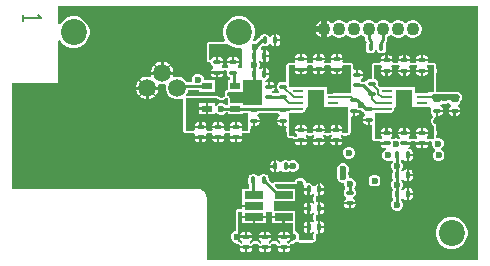
<source format=gtl>
G04*
G04 #@! TF.GenerationSoftware,Altium Limited,Altium Designer,23.3.1 (30)*
G04*
G04 Layer_Physical_Order=1*
G04 Layer_Color=255*
%FSLAX44Y44*%
%MOMM*%
G71*
G04*
G04 #@! TF.SameCoordinates,958C5144-9DDC-4948-B6D7-F64729F80DFD*
G04*
G04*
G04 #@! TF.FilePolarity,Positive*
G04*
G01*
G75*
%ADD11C,0.2500*%
%ADD13C,0.2000*%
G04:AMPARAMS|DCode=14|XSize=0.4mm|YSize=0.6mm|CornerRadius=0.1mm|HoleSize=0mm|Usage=FLASHONLY|Rotation=0.000|XOffset=0mm|YOffset=0mm|HoleType=Round|Shape=RoundedRectangle|*
%AMROUNDEDRECTD14*
21,1,0.4000,0.4000,0,0,0.0*
21,1,0.2000,0.6000,0,0,0.0*
1,1,0.2000,0.1000,-0.2000*
1,1,0.2000,-0.1000,-0.2000*
1,1,0.2000,-0.1000,0.2000*
1,1,0.2000,0.1000,0.2000*
%
%ADD14ROUNDEDRECTD14*%
G04:AMPARAMS|DCode=15|XSize=0.4mm|YSize=0.6mm|CornerRadius=0.1mm|HoleSize=0mm|Usage=FLASHONLY|Rotation=90.000|XOffset=0mm|YOffset=0mm|HoleType=Round|Shape=RoundedRectangle|*
%AMROUNDEDRECTD15*
21,1,0.4000,0.4000,0,0,90.0*
21,1,0.2000,0.6000,0,0,90.0*
1,1,0.2000,0.2000,0.1000*
1,1,0.2000,0.2000,-0.1000*
1,1,0.2000,-0.2000,-0.1000*
1,1,0.2000,-0.2000,0.1000*
%
%ADD15ROUNDEDRECTD15*%
%ADD16R,1.6000X0.6500*%
%ADD17O,0.9000X0.2000*%
%ADD18R,1.4500X1.7400*%
%ADD19R,0.9000X0.6000*%
%ADD26C,1.1000*%
%ADD29C,0.5000*%
%ADD30C,0.2540*%
%ADD31C,1.5000*%
%ADD32C,2.2000*%
%ADD33C,0.6000*%
G36*
X397451Y-57451D02*
X167549D01*
X167549Y-5000D01*
X167527Y-4893D01*
X167540Y-4785D01*
X167467Y-3925D01*
X167377Y-3615D01*
X167332Y-3296D01*
X166763Y-1672D01*
X166545Y-1303D01*
X166348Y-924D01*
X165273Y420D01*
X164945Y696D01*
X164634Y989D01*
X163175Y1901D01*
X162873Y2016D01*
X162591Y2171D01*
X161767Y2431D01*
X161381Y2473D01*
X161000Y2549D01*
X2549Y2549D01*
Y92500D01*
X42000D01*
Y127977D01*
X43270Y128317D01*
X44197Y126711D01*
X46711Y124197D01*
X49789Y122420D01*
X53223Y121500D01*
X56777D01*
X60211Y122420D01*
X63289Y124197D01*
X65803Y126711D01*
X67580Y129789D01*
X68500Y133223D01*
Y136777D01*
X67580Y140211D01*
X65803Y143289D01*
X63289Y145803D01*
X60211Y147580D01*
X56777Y148500D01*
X53223D01*
X49789Y147580D01*
X46711Y145803D01*
X44197Y143289D01*
X43270Y141683D01*
X42000Y142023D01*
Y157451D01*
X397451D01*
Y-57451D01*
D02*
G37*
%LPC*%
G36*
X343237Y145250D02*
X341263D01*
X339355Y144739D01*
X337645Y143751D01*
X336863Y142970D01*
X336000Y142493D01*
X335137Y142970D01*
X334355Y143751D01*
X332645Y144739D01*
X330737Y145250D01*
X328763D01*
X326855Y144739D01*
X325145Y143751D01*
X324363Y142970D01*
X323500Y142493D01*
X322637Y142970D01*
X321855Y143751D01*
X320145Y144739D01*
X318237Y145250D01*
X316263D01*
X314355Y144739D01*
X312645Y143751D01*
X311863Y142970D01*
X311000Y142493D01*
X310137Y142970D01*
X309355Y143751D01*
X307645Y144739D01*
X305737Y145250D01*
X303763D01*
X301855Y144739D01*
X300145Y143751D01*
X299363Y142970D01*
X298500Y142493D01*
X297637Y142970D01*
X296855Y143751D01*
X295145Y144739D01*
X293237Y145250D01*
X291263D01*
X289355Y144739D01*
X287645Y143751D01*
X286863Y142970D01*
X286000Y142493D01*
X285137Y142970D01*
X284355Y143751D01*
X282645Y144739D01*
X280737Y145250D01*
X278763D01*
X276855Y144739D01*
X275145Y143751D01*
X274363Y142970D01*
X273500Y142493D01*
X272637Y142970D01*
X271855Y143751D01*
X270145Y144739D01*
X268237Y145250D01*
X268000D01*
Y137750D01*
X267250D01*
D01*
X268000D01*
Y130250D01*
X268237D01*
X270145Y130761D01*
X271855Y131749D01*
X272637Y132530D01*
X273500Y133007D01*
X274363Y132530D01*
X275145Y131749D01*
X276855Y130761D01*
X278763Y130250D01*
X280737D01*
X282645Y130761D01*
X284355Y131749D01*
X285137Y132530D01*
X286000Y133007D01*
X286863Y132530D01*
X287645Y131749D01*
X289355Y130761D01*
X291263Y130250D01*
X293237D01*
X295145Y130761D01*
X296855Y131749D01*
X297637Y132530D01*
X298500Y133007D01*
X299363Y132530D01*
X300145Y131749D01*
X301436Y131003D01*
Y129500D01*
X301689Y128232D01*
X302407Y127157D01*
X303062Y126502D01*
X302674Y125920D01*
X302441Y124750D01*
Y120750D01*
X302674Y119579D01*
X303337Y118587D01*
X304329Y117924D01*
X305500Y117691D01*
X307500D01*
X308671Y117924D01*
X309663Y118587D01*
X310326Y119579D01*
X310353Y119713D01*
X311647D01*
X311674Y119579D01*
X312337Y118587D01*
X313330Y117924D01*
X314500Y117691D01*
X316500D01*
X317670Y117924D01*
X318663Y118587D01*
X319326Y119579D01*
X319559Y120750D01*
Y124750D01*
X319326Y125920D01*
X319250Y126035D01*
X319608Y126392D01*
X320330Y127474D01*
X320584Y128750D01*
Y131015D01*
X321855Y131749D01*
X322637Y132530D01*
X323500Y133007D01*
X324363Y132530D01*
X325145Y131749D01*
X326855Y130761D01*
X328763Y130250D01*
X330737D01*
X332645Y130761D01*
X334355Y131749D01*
X335137Y132530D01*
X336000Y133007D01*
X336863Y132530D01*
X337645Y131749D01*
X339355Y130761D01*
X341263Y130250D01*
X343237D01*
X345145Y130761D01*
X346855Y131749D01*
X348251Y133145D01*
X349239Y134855D01*
X349750Y136763D01*
Y138737D01*
X349239Y140645D01*
X348251Y142355D01*
X346855Y143751D01*
X345145Y144739D01*
X343237Y145250D01*
D02*
G37*
G36*
X266500D02*
X266263D01*
X264355Y144739D01*
X262645Y143751D01*
X261248Y142355D01*
X260261Y140645D01*
X259750Y138737D01*
Y138500D01*
X266500D01*
Y145250D01*
D02*
G37*
G36*
Y137000D02*
X259750D01*
Y136763D01*
X260261Y134855D01*
X261248Y133145D01*
X262645Y131749D01*
X264355Y130761D01*
X266263Y130250D01*
X266500D01*
Y137000D01*
D02*
G37*
G36*
X226750Y133309D02*
Y129250D01*
X229809D01*
Y130250D01*
X229576Y131420D01*
X228913Y132413D01*
X227920Y133076D01*
X226750Y133309D01*
D02*
G37*
G36*
X229809Y127250D02*
X226750D01*
Y123191D01*
X227920Y123424D01*
X228913Y124087D01*
X229576Y125079D01*
X229809Y126250D01*
Y127250D01*
D02*
G37*
G36*
X196777Y148500D02*
X193223D01*
X189789Y147580D01*
X186711Y145803D01*
X184197Y143289D01*
X182420Y140211D01*
X181500Y136777D01*
Y133223D01*
X182420Y129789D01*
X183373Y128139D01*
X182738Y127039D01*
X170000D01*
X169220Y126884D01*
X168558Y126442D01*
X168116Y125780D01*
X167961Y125000D01*
Y111521D01*
X168019Y111227D01*
X168049Y110929D01*
X168096Y110840D01*
X168116Y110741D01*
X168283Y110492D01*
X168424Y110227D01*
X168502Y110163D01*
X168558Y110079D01*
X168807Y109913D01*
X169039Y109723D01*
X169135Y109693D01*
X169220Y109637D01*
X169513Y109579D01*
X169800Y109492D01*
X171070Y109367D01*
X171191Y109257D01*
Y109000D01*
X171424Y107830D01*
X172087Y106837D01*
X173079Y106174D01*
X173213Y106147D01*
Y104853D01*
X173079Y104826D01*
X172087Y104163D01*
X171424Y103170D01*
X171191Y102000D01*
X176250D01*
X181309D01*
X182097Y102961D01*
X184153D01*
X184941Y102000D01*
Y100000D01*
X185174Y98829D01*
X185837Y97837D01*
X186829Y97174D01*
X187436Y97053D01*
Y94500D01*
X185500D01*
Y86448D01*
X185178Y86384D01*
X185157Y86370D01*
X185133Y86365D01*
X184827Y86150D01*
X184516Y85942D01*
X184502Y85921D01*
X184482Y85907D01*
X183577Y84957D01*
X183402Y84681D01*
X183208Y84419D01*
X183155Y84305D01*
X183143Y84258D01*
X183116Y84218D01*
X183048Y83873D01*
X182963Y83533D01*
X182970Y83485D01*
X182961Y83437D01*
Y81505D01*
X182791Y80884D01*
X182129Y80442D01*
X182129Y80442D01*
X181677Y79990D01*
X180589Y79539D01*
X179411D01*
X178323Y79990D01*
X177871Y80442D01*
X177209Y80884D01*
X176429Y81039D01*
X150970D01*
X150550Y81748D01*
X150384Y82309D01*
X151553Y84333D01*
X152049Y86186D01*
X161500D01*
Y84500D01*
X174500D01*
Y94500D01*
X165000D01*
Y95995D01*
X164239Y97832D01*
X162832Y99239D01*
X160995Y100000D01*
X159005D01*
X157168Y99239D01*
X155761Y97832D01*
X155000Y95995D01*
Y94005D01*
X155056Y93870D01*
X154351Y92814D01*
X150891D01*
X150302Y93833D01*
X148533Y95602D01*
X146367Y96853D01*
X143951Y97500D01*
X141449D01*
X140203Y97166D01*
X139166Y98203D01*
X139500Y99449D01*
Y101951D01*
X138853Y104367D01*
X137602Y106533D01*
X137248Y106887D01*
X130530Y100170D01*
X130000Y100700D01*
X129470Y100170D01*
X122752Y106887D01*
X122398Y106533D01*
X121147Y104367D01*
X120500Y101951D01*
Y99449D01*
X120834Y98203D01*
X119797Y97166D01*
X118551Y97500D01*
X116049D01*
X113633Y96853D01*
X111467Y95602D01*
X111113Y95248D01*
X117830Y88530D01*
X124548Y81813D01*
X124902Y82167D01*
X126153Y84333D01*
X126800Y86749D01*
Y89251D01*
X126466Y90497D01*
X127503Y91534D01*
X128749Y91200D01*
X131251D01*
X132497Y91534D01*
X133534Y90497D01*
X133200Y89251D01*
Y86749D01*
X133847Y84333D01*
X135098Y82167D01*
X136867Y80398D01*
X139033Y79147D01*
X141449Y78500D01*
X143951D01*
X146367Y79147D01*
X146738Y79362D01*
X147121Y79248D01*
X147961Y78601D01*
Y51500D01*
X148116Y50720D01*
X148558Y50058D01*
X149220Y49616D01*
X150000Y49461D01*
X157035D01*
X157558Y48849D01*
X157750Y48285D01*
X157674Y48170D01*
X157441Y47000D01*
D01*
X162500D01*
X167559D01*
X167326Y48170D01*
X167250Y48285D01*
X167442Y48849D01*
X167965Y49461D01*
X172035D01*
X172558Y48849D01*
X172750Y48285D01*
X172674Y48170D01*
X172441Y47000D01*
Y47000D01*
X177500D01*
X182559D01*
Y47000D01*
X182326Y48170D01*
X182250Y48285D01*
X182442Y48849D01*
X182965Y49461D01*
X187035D01*
X187558Y48849D01*
X187750Y48285D01*
X187674Y48170D01*
X187441Y47000D01*
D01*
X192500D01*
X197559D01*
X197326Y48170D01*
X197250Y48285D01*
X197442Y48849D01*
X197965Y49461D01*
X202500D01*
X203280Y49616D01*
X203942Y50058D01*
X204384Y50720D01*
X204539Y51500D01*
Y52893D01*
X205000Y54005D01*
Y54746D01*
X205500Y55941D01*
X206173Y55941D01*
X206500D01*
Y60000D01*
X207500D01*
Y61000D01*
X212559D01*
Y61000D01*
X212326Y62171D01*
X211663Y63163D01*
X210671Y63826D01*
X210537Y63853D01*
Y65147D01*
X210671Y65174D01*
X211663Y65837D01*
X212230Y66686D01*
X227770D01*
X228337Y65837D01*
X229329Y65174D01*
X229463Y65147D01*
Y63853D01*
X229329Y63826D01*
X228337Y63163D01*
X227674Y62171D01*
X227441Y61000D01*
Y61000D01*
X232500D01*
Y60000D01*
X233500D01*
Y55941D01*
X234500D01*
X235461Y55153D01*
Y54607D01*
X235000Y53495D01*
Y51505D01*
X235461Y50393D01*
Y48019D01*
X235500Y47822D01*
Y47622D01*
X235577Y47436D01*
X235616Y47239D01*
X235728Y47072D01*
X235805Y46887D01*
X235947Y46744D01*
X236058Y46578D01*
X236225Y46466D01*
X236367Y46324D01*
X237423Y45618D01*
X237609Y45542D01*
X237776Y45430D01*
X237973Y45391D01*
X238158Y45314D01*
X238359D01*
X238556Y45275D01*
X238753Y45314D01*
X238954D01*
X239139Y45391D01*
X239336Y45430D01*
X239411Y45461D01*
X240589D01*
X241886Y44924D01*
X241917Y44907D01*
X242166Y44740D01*
X242441Y44500D01*
X247500D01*
X252559D01*
X252326Y45670D01*
X251663Y46663D01*
X251365Y46862D01*
X251397Y48216D01*
X251460Y48326D01*
X251807Y48399D01*
X251975Y48279D01*
X252232Y48068D01*
X252447Y47953D01*
X252543Y47924D01*
X252627Y47868D01*
X252922Y47810D01*
X253209Y47723D01*
X253309Y47733D01*
X253407Y47713D01*
X253464Y47724D01*
X254005Y47500D01*
X255995D01*
X256536Y47724D01*
X256593Y47713D01*
X256691Y47733D01*
X256791Y47723D01*
X257078Y47810D01*
X257373Y47868D01*
X257457Y47924D01*
X257553Y47953D01*
X257768Y48068D01*
X258025Y48279D01*
X258193Y48399D01*
X258540Y48326D01*
X258603Y48216D01*
X258635Y46862D01*
X258337Y46663D01*
X257674Y45670D01*
X257441Y44500D01*
X262500D01*
X267559D01*
X267326Y45670D01*
X266663Y46663D01*
X266365Y46862D01*
X266397Y48216D01*
X266460Y48326D01*
X266807Y48399D01*
X266975Y48279D01*
X267232Y48068D01*
X267447Y47953D01*
X267543Y47924D01*
X267627Y47868D01*
X267922Y47810D01*
X268209Y47723D01*
X268309Y47733D01*
X268407Y47713D01*
X268464Y47724D01*
X269006Y47500D01*
X270995D01*
X271536Y47724D01*
X271593Y47713D01*
X271691Y47733D01*
X271791Y47723D01*
X272078Y47810D01*
X272373Y47868D01*
X272457Y47924D01*
X272553Y47953D01*
X272768Y48068D01*
X273025Y48279D01*
X273193Y48399D01*
X273540Y48326D01*
X273603Y48216D01*
X273635Y46862D01*
X273337Y46663D01*
X272674Y45670D01*
X272441Y44500D01*
D01*
X277500D01*
X282559D01*
X282326Y45670D01*
X281663Y46663D01*
X281365Y46862D01*
X281397Y48216D01*
X281460Y48326D01*
X281807Y48399D01*
X281975Y48279D01*
X282232Y48068D01*
X282447Y47953D01*
X282543Y47924D01*
X282627Y47868D01*
X282922Y47810D01*
X283209Y47723D01*
X283309Y47733D01*
X283407Y47713D01*
X283464Y47724D01*
X284005Y47500D01*
X285995D01*
X286752Y47814D01*
X286842D01*
X287027Y47891D01*
X287224Y47930D01*
X287391Y48041D01*
X287577Y48118D01*
X287723Y48216D01*
X287832Y48261D01*
X287916Y48345D01*
X288633Y48824D01*
X288775Y48966D01*
X288942Y49078D01*
X289053Y49244D01*
X289195Y49387D01*
X289272Y49572D01*
X289384Y49739D01*
X289423Y49936D01*
X289500Y50122D01*
Y50298D01*
X290000Y51505D01*
Y53495D01*
X289539Y54607D01*
Y63653D01*
X290500Y64441D01*
X291500D01*
Y68500D01*
X293500D01*
Y64441D01*
X294500D01*
X295671Y64674D01*
X296663Y65337D01*
X297326Y66329D01*
X297559Y67500D01*
Y68714D01*
X298829Y68735D01*
X299907Y67657D01*
X300598Y67195D01*
X300837Y66837D01*
X301829Y66174D01*
X301963Y66147D01*
Y64853D01*
X301829Y64826D01*
X300837Y64163D01*
X300174Y63170D01*
X299941Y62000D01*
D01*
X305000D01*
Y61000D01*
X306000D01*
Y56941D01*
X307000D01*
X307961Y56153D01*
Y52627D01*
X307500Y51515D01*
Y49525D01*
X307961Y48413D01*
Y45000D01*
X308116Y44220D01*
X308558Y43558D01*
X309220Y43116D01*
X310000Y42961D01*
X314153D01*
X314941Y42000D01*
Y42000D01*
X320000D01*
Y40000D01*
X314941D01*
X315174Y38830D01*
X315837Y37837D01*
X316829Y37174D01*
X318000Y36941D01*
X319209D01*
X319462Y35671D01*
X318418Y35239D01*
X317011Y33832D01*
X316250Y31995D01*
Y30005D01*
X317011Y28168D01*
X318418Y26761D01*
X320255Y26000D01*
X322245D01*
X323682Y26595D01*
X324798Y26122D01*
X325031Y25914D01*
X325109Y25436D01*
X324261Y24588D01*
X323500Y22750D01*
Y20761D01*
X324261Y18923D01*
X325510Y17674D01*
X325174Y17170D01*
X324941Y16000D01*
Y12000D01*
X325174Y10829D01*
X325686Y10063D01*
Y9757D01*
X324761Y8832D01*
X324000Y6995D01*
Y5005D01*
X324761Y3168D01*
X325686Y2243D01*
Y1937D01*
X325174Y1170D01*
X324941Y0D01*
Y-4000D01*
X325174Y-5171D01*
X325686Y-5937D01*
Y-7243D01*
X324761Y-8168D01*
X324000Y-10005D01*
Y-11995D01*
X324761Y-13832D01*
X326168Y-15239D01*
X328005Y-16000D01*
X329995D01*
X331832Y-15239D01*
X333239Y-13832D01*
X334000Y-11995D01*
Y-10005D01*
X333239Y-8168D01*
X332314Y-7243D01*
Y-5937D01*
X332826Y-5171D01*
X332853Y-5037D01*
X334147D01*
X334174Y-5171D01*
X334837Y-6163D01*
X335830Y-6826D01*
X337000Y-7059D01*
Y-2000D01*
Y3059D01*
X335830Y2826D01*
X334837Y2163D01*
X334323Y1394D01*
X333326Y1307D01*
X332919Y1373D01*
X332314Y2083D01*
Y2243D01*
X333239Y3168D01*
X334000Y5005D01*
Y6995D01*
X333239Y8832D01*
X332314Y9757D01*
Y10063D01*
X332826Y10829D01*
X332853Y10963D01*
X334147D01*
X334174Y10829D01*
X334837Y9837D01*
X335830Y9174D01*
X337000Y8941D01*
Y14000D01*
Y19059D01*
X335830Y18826D01*
X334837Y18163D01*
X334323Y17394D01*
X333326Y17307D01*
X332919Y17372D01*
X332314Y18083D01*
Y18498D01*
X332739Y18923D01*
X333500Y20761D01*
Y22750D01*
X332739Y24588D01*
X332314Y25013D01*
Y27063D01*
X332826Y27829D01*
X332853Y27963D01*
X334147D01*
X334174Y27829D01*
X334837Y26837D01*
X335830Y26174D01*
X337000Y25941D01*
Y31000D01*
X338000D01*
Y32000D01*
X342059D01*
Y33000D01*
X341826Y34170D01*
X341163Y35163D01*
X340171Y35826D01*
X339000Y36059D01*
X338613D01*
X338559Y36196D01*
X338402Y37329D01*
X339163Y37837D01*
X339826Y38830D01*
X340059Y40000D01*
X335000D01*
Y42000D01*
X340059D01*
Y42000D01*
X340847Y42961D01*
X344153D01*
X344941Y42000D01*
Y42000D01*
X350000D01*
X355059D01*
Y42000D01*
X355847Y42961D01*
X357609D01*
X358314Y41905D01*
X358250Y41750D01*
Y39761D01*
X359011Y37923D01*
X360418Y36517D01*
X360678Y36409D01*
X360818Y36075D01*
X360880Y34951D01*
X359761Y33832D01*
X359000Y31995D01*
Y30005D01*
X359761Y28168D01*
X361168Y26761D01*
X363005Y26000D01*
X364995D01*
X366832Y26761D01*
X368239Y28168D01*
X369000Y30005D01*
Y31995D01*
X368239Y33832D01*
X366832Y35239D01*
X366572Y35347D01*
X366432Y35680D01*
X366370Y36805D01*
X367489Y37923D01*
X368250Y39761D01*
Y41750D01*
X367489Y43588D01*
X366082Y44994D01*
X364245Y45755D01*
X362256D01*
X362039Y45900D01*
Y47893D01*
X362500Y49005D01*
Y50995D01*
X362039Y52107D01*
Y55623D01*
X362039Y55624D01*
X361884Y56404D01*
X361442Y57066D01*
X360855Y57457D01*
X359990Y58323D01*
X359539Y59411D01*
Y60589D01*
X359990Y61677D01*
X360389Y62076D01*
X360431Y62139D01*
X360491Y62186D01*
X360597Y62373D01*
X360633Y62407D01*
X360679Y62510D01*
X360831Y62738D01*
X360846Y62812D01*
X360883Y62878D01*
X360906Y62947D01*
X360918Y63044D01*
X360958Y63133D01*
X360966Y63416D01*
X360986Y63518D01*
X361469Y64069D01*
X361500Y64091D01*
Y68500D01*
X362500D01*
Y69500D01*
X367559D01*
X367326Y70670D01*
X366663Y71663D01*
X365671Y72326D01*
X365537Y72353D01*
Y73647D01*
X365671Y73674D01*
X366663Y74337D01*
X367326Y75329D01*
X367339Y75337D01*
X368755Y74750D01*
X370745D01*
X371454Y75044D01*
X372674Y75329D01*
X373337Y74337D01*
X374329Y73674D01*
X374463Y73647D01*
Y72353D01*
X374329Y72326D01*
X373337Y71663D01*
X372674Y70670D01*
X372441Y69500D01*
X377500D01*
X382559D01*
X382326Y70670D01*
X381663Y71663D01*
X380671Y72326D01*
X380537Y72353D01*
Y73647D01*
X380671Y73674D01*
X381663Y74337D01*
X382326Y75329D01*
X382559Y76500D01*
Y76852D01*
X383489Y78244D01*
X383838Y80000D01*
X383489Y81756D01*
X382494Y83244D01*
X381006Y84239D01*
X379250Y84588D01*
X371135D01*
X370745Y84750D01*
X368755D01*
X368365Y84588D01*
X362039D01*
Y100393D01*
X362500Y101505D01*
Y103495D01*
X362039Y104607D01*
Y107000D01*
X361884Y107780D01*
X361442Y108442D01*
X360780Y108884D01*
X360000Y109039D01*
X356043D01*
X355021Y110309D01*
X355059Y110500D01*
X350000D01*
X344941D01*
X344979Y110309D01*
X343957Y109039D01*
X341043D01*
X340021Y110309D01*
X340059Y110500D01*
X335000D01*
X329941D01*
X329979Y110309D01*
X328957Y109039D01*
X326043D01*
X325021Y110309D01*
X325059Y110500D01*
D01*
X320000D01*
X314941D01*
X314979Y110309D01*
X313957Y109039D01*
X309668D01*
X308887Y108884D01*
X308226Y108442D01*
X307784Y107780D01*
X307628Y107000D01*
Y103805D01*
X307500Y103495D01*
Y101505D01*
X307628Y101195D01*
Y95559D01*
X305500D01*
X304329Y95326D01*
X303337Y94663D01*
X302674Y93671D01*
X302670Y93652D01*
X301268Y93061D01*
X300000Y93314D01*
X298937D01*
X298171Y93826D01*
X298037Y93853D01*
Y95147D01*
X298171Y95174D01*
X299163Y95837D01*
X299826Y96830D01*
X300059Y98000D01*
D01*
X295000D01*
Y99000D01*
X294000D01*
Y103059D01*
X293000D01*
X292980Y103055D01*
X291710Y104097D01*
Y107000D01*
X291555Y107780D01*
X291112Y108442D01*
X290451Y108884D01*
X289671Y109039D01*
X283259D01*
X283055Y109240D01*
X282692Y109688D01*
X282519Y110217D01*
X282586Y110317D01*
X282819Y111488D01*
Y111488D01*
X277760D01*
X272701D01*
Y111488D01*
X272934Y110317D01*
X273001Y110217D01*
X272828Y109688D01*
X272466Y109240D01*
X272261Y109039D01*
X267950D01*
X267881Y109025D01*
X267428Y109459D01*
X267098Y110140D01*
X267268Y110394D01*
X267501Y111565D01*
Y111565D01*
X262442D01*
X257383D01*
Y111565D01*
X257616Y110394D01*
X257786Y110140D01*
X257456Y109459D01*
X257003Y109025D01*
X256934Y109039D01*
X253083D01*
X252878Y109240D01*
X252516Y109688D01*
X252343Y110217D01*
X252410Y110317D01*
X252642Y111488D01*
Y111488D01*
X247584D01*
X242525D01*
Y111488D01*
X242758Y110317D01*
X242825Y110217D01*
X242652Y109688D01*
X242289Y109240D01*
X242085Y109039D01*
X237168D01*
X236387Y108884D01*
X235726Y108442D01*
X235284Y107780D01*
X235128Y107000D01*
Y103805D01*
X235000Y103495D01*
Y101505D01*
X235128Y101195D01*
Y93575D01*
X234500Y93059D01*
X230500D01*
X229329Y92826D01*
X228337Y92163D01*
X227674Y91171D01*
X227441Y90000D01*
Y88000D01*
X227674Y86830D01*
X228337Y85837D01*
X229106Y85323D01*
X229193Y84326D01*
X229128Y83919D01*
X228417Y83314D01*
X224187D01*
X223421Y83826D01*
X223287Y83853D01*
Y85147D01*
X223421Y85174D01*
X224413Y85837D01*
X225076Y86830D01*
X225309Y88000D01*
Y88000D01*
X220250D01*
Y89000D01*
X219250D01*
Y93059D01*
X218250D01*
X218120Y93033D01*
X216986Y93818D01*
X217500Y94941D01*
X218671Y95174D01*
X219663Y95837D01*
X220326Y96830D01*
X220559Y98000D01*
Y99000D01*
X216500D01*
Y100000D01*
X215500D01*
Y105059D01*
X214329Y104826D01*
X213337Y104163D01*
X213013Y103678D01*
X211598Y103775D01*
X211378Y104307D01*
X211739Y104668D01*
X212500Y106505D01*
Y108495D01*
X211739Y110332D01*
X211378Y110693D01*
X211598Y111225D01*
X213013Y111322D01*
X213337Y110837D01*
X214329Y110174D01*
X215500Y109941D01*
Y115000D01*
Y120059D01*
X214329Y119826D01*
X214121Y119687D01*
X213095Y120529D01*
X213500Y121505D01*
Y122709D01*
X214477Y123493D01*
X214580Y123424D01*
X215750Y123191D01*
X217750D01*
X218920Y123424D01*
X219913Y124087D01*
X220576Y125079D01*
X220603Y125213D01*
X221897D01*
X221924Y125079D01*
X222587Y124087D01*
X223580Y123424D01*
X224750Y123191D01*
Y128250D01*
Y133309D01*
X223580Y133076D01*
X222587Y132413D01*
X221924Y131420D01*
X221897Y131287D01*
X220603D01*
X220576Y131420D01*
X219913Y132413D01*
X218920Y133076D01*
X217750Y133309D01*
X215750D01*
X214580Y133076D01*
X213587Y132413D01*
X212924Y131420D01*
X212896Y131278D01*
X211893Y130608D01*
X208922Y127637D01*
X207672Y127658D01*
X206930Y128664D01*
X207580Y129789D01*
X208500Y133223D01*
Y136777D01*
X207580Y140211D01*
X205803Y143289D01*
X203289Y145803D01*
X200211Y147580D01*
X196777Y148500D01*
D02*
G37*
G36*
X217500Y120059D02*
Y116000D01*
X220559D01*
Y117000D01*
X220326Y118170D01*
X219663Y119163D01*
X218671Y119826D01*
X217500Y120059D01*
D02*
G37*
G36*
X264442Y116623D02*
X263442D01*
Y113565D01*
X267501D01*
X267268Y114735D01*
X266605Y115728D01*
X265613Y116390D01*
X264442Y116623D01*
D02*
G37*
G36*
X261442D02*
X260442D01*
X259272Y116390D01*
X258279Y115728D01*
X257616Y114735D01*
X257383Y113565D01*
X261442D01*
Y116623D01*
D02*
G37*
G36*
X279760Y116547D02*
X278760D01*
Y113488D01*
X282819D01*
X282586Y114658D01*
X281923Y115651D01*
X280931Y116314D01*
X279760Y116547D01*
D02*
G37*
G36*
X249584D02*
X248584D01*
Y113488D01*
X252642D01*
X252410Y114658D01*
X251747Y115651D01*
X250754Y116314D01*
X249584Y116547D01*
D02*
G37*
G36*
X276760D02*
X275760D01*
X274590Y116314D01*
X273597Y115651D01*
X272934Y114658D01*
X272701Y113488D01*
X276760D01*
Y116547D01*
D02*
G37*
G36*
X246584D02*
X245584D01*
X244413Y116314D01*
X243421Y115651D01*
X242758Y114658D01*
X242525Y113488D01*
X246584D01*
Y116547D01*
D02*
G37*
G36*
X322000Y115559D02*
X321000D01*
Y112500D01*
X325059D01*
X324826Y113671D01*
X324163Y114663D01*
X323171Y115326D01*
X322000Y115559D01*
D02*
G37*
G36*
X319000D02*
X318000D01*
X316829Y115326D01*
X315837Y114663D01*
X315174Y113671D01*
X314941Y112500D01*
D01*
X319000D01*
Y115559D01*
D02*
G37*
G36*
X352000D02*
X351000D01*
Y112500D01*
X355059D01*
Y112500D01*
X354826Y113671D01*
X354163Y114663D01*
X353171Y115326D01*
X352000Y115559D01*
D02*
G37*
G36*
X349000D02*
X348000D01*
X346829Y115326D01*
X345837Y114663D01*
X345174Y113671D01*
X344941Y112500D01*
Y112500D01*
X349000D01*
Y115559D01*
D02*
G37*
G36*
X337000D02*
X336000D01*
Y112500D01*
X340059D01*
Y112500D01*
X339826Y113671D01*
X339163Y114663D01*
X338171Y115326D01*
X337000Y115559D01*
D02*
G37*
G36*
X334000D02*
X333000D01*
X331829Y115326D01*
X330837Y114663D01*
X330174Y113671D01*
X329941Y112500D01*
Y112500D01*
X334000D01*
Y115559D01*
D02*
G37*
G36*
X220559Y114000D02*
X217500D01*
Y109941D01*
X218671Y110174D01*
X219663Y110837D01*
X220326Y111830D01*
X220559Y113000D01*
Y114000D01*
D02*
G37*
G36*
X131251Y110200D02*
X128749D01*
X126333Y109553D01*
X124167Y108302D01*
X123813Y107948D01*
X130000Y101761D01*
X136187Y107948D01*
X135833Y108302D01*
X133667Y109553D01*
X131251Y110200D01*
D02*
G37*
G36*
X217500Y105059D02*
Y101000D01*
X220559D01*
Y102000D01*
X220326Y103170D01*
X219663Y104163D01*
X218671Y104826D01*
X217500Y105059D01*
D02*
G37*
G36*
X297000Y103059D02*
X296000D01*
Y100000D01*
X300059D01*
X299826Y101171D01*
X299163Y102163D01*
X298171Y102826D01*
X297000Y103059D01*
D02*
G37*
G36*
X181309Y100000D02*
X177250D01*
Y96941D01*
X178250D01*
X179421Y97174D01*
X180413Y97837D01*
X181076Y98829D01*
X181309Y100000D01*
Y100000D01*
D02*
G37*
G36*
X175250D02*
X171191D01*
Y100000D01*
X171424Y98829D01*
X172087Y97837D01*
X173079Y97174D01*
X174250Y96941D01*
X175250D01*
Y100000D01*
D02*
G37*
G36*
X222250Y93059D02*
X221250D01*
Y90000D01*
X225309D01*
X225076Y91171D01*
X224413Y92163D01*
X223421Y92826D01*
X222250Y93059D01*
D02*
G37*
G36*
X110052Y94187D02*
X109698Y93833D01*
X108447Y91667D01*
X107800Y89251D01*
Y86749D01*
X108447Y84333D01*
X109698Y82167D01*
X110052Y81813D01*
X116239Y88000D01*
X110052Y94187D01*
D02*
G37*
G36*
X117300Y86939D02*
X111113Y80752D01*
X111467Y80398D01*
X113633Y79147D01*
X116049Y78500D01*
X118551D01*
X120967Y79147D01*
X123133Y80398D01*
X123487Y80752D01*
X117300Y86939D01*
D02*
G37*
G36*
X382559Y67500D02*
X378500D01*
Y64441D01*
X379500D01*
X380671Y64674D01*
X381663Y65337D01*
X382326Y66329D01*
X382559Y67500D01*
Y67500D01*
D02*
G37*
G36*
X376500D02*
X372441D01*
Y67500D01*
X372674Y66329D01*
X373337Y65337D01*
X374329Y64674D01*
X375500Y64441D01*
X376500D01*
Y67500D01*
D02*
G37*
G36*
X367559Y67500D02*
X363500D01*
Y64441D01*
X364500D01*
X365671Y64674D01*
X366663Y65337D01*
X367326Y66329D01*
X367559Y67500D01*
Y67500D01*
D02*
G37*
G36*
X304000Y60000D02*
X299941D01*
X300174Y58829D01*
X300837Y57837D01*
X301829Y57174D01*
X303000Y56941D01*
X304000D01*
Y60000D01*
D02*
G37*
G36*
X231500Y59000D02*
X227441D01*
X227674Y57829D01*
X228337Y56837D01*
X229329Y56174D01*
X230500Y55941D01*
X231500D01*
Y59000D01*
D02*
G37*
G36*
X212559D02*
X208500D01*
Y55941D01*
X209500D01*
X210671Y56174D01*
X211663Y56837D01*
X212326Y57829D01*
X212559Y59000D01*
D02*
G37*
G36*
X197559Y45000D02*
X193500D01*
Y41941D01*
X194500D01*
X195671Y42174D01*
X196663Y42837D01*
X197326Y43829D01*
X197559Y45000D01*
D01*
D02*
G37*
G36*
X191500D02*
X187441D01*
X187674Y43829D01*
X188337Y42837D01*
X189329Y42174D01*
X190500Y41941D01*
X191500D01*
Y45000D01*
D02*
G37*
G36*
X182559Y45000D02*
X178500D01*
Y41941D01*
X179500D01*
X180671Y42174D01*
X181663Y42837D01*
X182326Y43829D01*
X182559Y45000D01*
D02*
G37*
G36*
X176500D02*
X172441D01*
X172674Y43829D01*
X173337Y42837D01*
X174329Y42174D01*
X175500Y41941D01*
X176500D01*
Y45000D01*
D02*
G37*
G36*
X167559Y45000D02*
X163500D01*
Y41941D01*
X164500D01*
X165671Y42174D01*
X166663Y42837D01*
X167326Y43829D01*
X167559Y45000D01*
D01*
D02*
G37*
G36*
X161500D02*
X157441D01*
X157674Y43829D01*
X158337Y42837D01*
X159330Y42174D01*
X160500Y41941D01*
X161500D01*
Y45000D01*
D02*
G37*
G36*
X282559Y42500D02*
X278500D01*
Y39441D01*
X279500D01*
X280671Y39674D01*
X281663Y40337D01*
X282326Y41329D01*
X282559Y42500D01*
D01*
D02*
G37*
G36*
X276500D02*
X272441D01*
X272674Y41329D01*
X273337Y40337D01*
X274329Y39674D01*
X275500Y39441D01*
X276500D01*
Y42500D01*
D02*
G37*
G36*
X267559Y42500D02*
X263500D01*
Y39441D01*
X264500D01*
X265671Y39674D01*
X266663Y40337D01*
X267326Y41329D01*
X267559Y42500D01*
Y42500D01*
D02*
G37*
G36*
X261500D02*
X257441D01*
Y42500D01*
X257674Y41329D01*
X258337Y40337D01*
X259329Y39674D01*
X260500Y39441D01*
X261500D01*
Y42500D01*
D02*
G37*
G36*
X252559D02*
X248500D01*
Y39441D01*
X249500D01*
X250671Y39674D01*
X251663Y40337D01*
X252326Y41329D01*
X252559Y42500D01*
Y42500D01*
D02*
G37*
G36*
X246500D02*
X242441D01*
Y42500D01*
X242674Y41329D01*
X243337Y40337D01*
X244329Y39674D01*
X245500Y39441D01*
X246500D01*
Y42500D01*
D02*
G37*
G36*
X355059Y40000D02*
X351000D01*
Y36941D01*
X352000D01*
X353171Y37174D01*
X354163Y37837D01*
X354826Y38830D01*
X355059Y40000D01*
D02*
G37*
G36*
X349000D02*
X344941D01*
X345174Y38830D01*
X345837Y37837D01*
X346829Y37174D01*
X348000Y36941D01*
X349000D01*
Y40000D01*
D02*
G37*
G36*
X288995Y38000D02*
X287005D01*
X285168Y37239D01*
X283761Y35832D01*
X283000Y33995D01*
Y32005D01*
X283761Y30168D01*
X285168Y28761D01*
X287005Y28000D01*
X288995D01*
X290832Y28761D01*
X292239Y30168D01*
X293000Y32005D01*
Y33995D01*
X292239Y35832D01*
X290832Y37239D01*
X288995Y38000D01*
D02*
G37*
G36*
X342059Y30000D02*
X339000D01*
Y25941D01*
X340171Y26174D01*
X341163Y26837D01*
X341826Y27829D01*
X342059Y29000D01*
Y30000D01*
D02*
G37*
G36*
X235750Y26559D02*
X233750D01*
X232579Y26326D01*
X231587Y25663D01*
X230924Y24671D01*
X230897Y24537D01*
X229603D01*
X229576Y24671D01*
X228913Y25663D01*
X227920Y26326D01*
X226750Y26559D01*
Y21500D01*
Y16441D01*
X227920Y16674D01*
X228913Y17337D01*
X229576Y18329D01*
X229603Y18463D01*
X230897D01*
X230924Y18329D01*
X231587Y17337D01*
X232579Y16674D01*
X233750Y16441D01*
X235750D01*
X236921Y16674D01*
X237870Y17309D01*
X237918Y17261D01*
X239755Y16500D01*
X241745D01*
X243582Y17261D01*
X244989Y18668D01*
X245750Y20505D01*
Y22495D01*
X244989Y24332D01*
X243582Y25739D01*
X241745Y26500D01*
X239755D01*
X237918Y25739D01*
X237870Y25691D01*
X236921Y26326D01*
X235750Y26559D01*
D02*
G37*
G36*
X224750D02*
X223580Y26326D01*
X222587Y25663D01*
X221924Y24671D01*
X221691Y23500D01*
Y22500D01*
X224750D01*
Y26559D01*
D02*
G37*
G36*
Y20500D02*
X221691D01*
Y19500D01*
X221924Y18329D01*
X222587Y17337D01*
X223580Y16674D01*
X224750Y16441D01*
Y20500D01*
D02*
G37*
G36*
X339000Y19059D02*
Y15000D01*
X342059D01*
Y16000D01*
X341826Y17170D01*
X341163Y18163D01*
X340171Y18826D01*
X339000Y19059D01*
D02*
G37*
G36*
X217000Y14809D02*
X215000D01*
X213829Y14576D01*
X212837Y13913D01*
X212174Y12921D01*
X212147Y12787D01*
X210853D01*
X210826Y12921D01*
X210163Y13913D01*
X209170Y14576D01*
X208000Y14809D01*
X206000D01*
X204830Y14576D01*
X203837Y13913D01*
X203174Y12921D01*
X202941Y11750D01*
Y7750D01*
X203174Y6579D01*
X203686Y5813D01*
Y2750D01*
X197750D01*
Y-7750D01*
Y-11000D01*
X207750D01*
Y-13000D01*
X197750D01*
Y-14711D01*
X194250D01*
X193470Y-14866D01*
X192808Y-15308D01*
X192366Y-15970D01*
X192211Y-16750D01*
Y-33000D01*
X192005D01*
X190168Y-33761D01*
X188761Y-35168D01*
X188000Y-37005D01*
Y-38995D01*
X188761Y-40832D01*
X190168Y-42239D01*
X192005Y-43000D01*
X192442D01*
X192808Y-43548D01*
X193470Y-43990D01*
X194677Y-44490D01*
X195438Y-45251D01*
X195605Y-45362D01*
X195747Y-45504D01*
X195932Y-45581D01*
X196014Y-45635D01*
X195941Y-46000D01*
X201000D01*
X206059D01*
X205986Y-45635D01*
X206068Y-45581D01*
X206253Y-45504D01*
X206395Y-45362D01*
X206562Y-45251D01*
X207323Y-44490D01*
X208411Y-44039D01*
X209589D01*
X210677Y-44490D01*
X211438Y-45251D01*
X211605Y-45362D01*
X211747Y-45504D01*
X211932Y-45581D01*
X212014Y-45635D01*
X211941Y-46000D01*
X217000D01*
X222059D01*
X221986Y-45635D01*
X222068Y-45581D01*
X222253Y-45504D01*
X222395Y-45362D01*
X222562Y-45251D01*
X223323Y-44490D01*
X224411Y-44039D01*
X225589D01*
X226677Y-44490D01*
X227438Y-45251D01*
X227605Y-45362D01*
X227747Y-45504D01*
X227932Y-45581D01*
X228014Y-45635D01*
X227941Y-46000D01*
X233000D01*
X238059D01*
X237986Y-45635D01*
X238068Y-45581D01*
X238253Y-45504D01*
X238395Y-45362D01*
X238562Y-45251D01*
X239323Y-44490D01*
X240411Y-44039D01*
X240500D01*
X241280Y-43884D01*
X241942Y-43442D01*
X242330Y-42861D01*
X243832Y-42239D01*
X245102Y-42442D01*
X245258Y-42546D01*
X245291Y-42576D01*
X245411Y-42695D01*
X245597Y-42772D01*
X245764Y-42884D01*
X245961Y-42923D01*
X246146Y-43000D01*
X246347D01*
X246544Y-43039D01*
X257456D01*
X257653Y-43000D01*
X257854D01*
X258039Y-42923D01*
X258236Y-42884D01*
X258403Y-42772D01*
X258589Y-42695D01*
X258731Y-42554D01*
X258898Y-42442D01*
X259010Y-42275D01*
X259152Y-42133D01*
X260000Y-40863D01*
X260077Y-40677D01*
X260189Y-40510D01*
X260228Y-40313D01*
X260305Y-40128D01*
Y-39927D01*
X260344Y-39730D01*
X260305Y-39533D01*
Y-39332D01*
X260228Y-39147D01*
X260189Y-38950D01*
X260039Y-38589D01*
Y-37411D01*
X260645Y-35948D01*
X261304Y-35316D01*
X261716Y-35121D01*
X261921Y-35068D01*
X262000Y-35060D01*
Y-30000D01*
Y-24940D01*
X261921Y-24932D01*
X261716Y-24879D01*
X261304Y-24684D01*
X260645Y-24052D01*
X260039Y-22589D01*
Y-21411D01*
X260645Y-19948D01*
X261304Y-19316D01*
X261716Y-19121D01*
X261921Y-19067D01*
X262000Y-19060D01*
Y-14000D01*
Y-8940D01*
X261921Y-8932D01*
X261716Y-8879D01*
X261304Y-8684D01*
X260645Y-8052D01*
X260039Y-6589D01*
Y-5411D01*
X260645Y-3948D01*
X261305Y-3316D01*
X261716Y-3121D01*
X261921Y-3067D01*
X262000Y-3060D01*
Y2000D01*
Y7059D01*
X260830Y6826D01*
X259837Y6163D01*
X259174Y5171D01*
X259147Y5037D01*
X257853D01*
X257826Y5171D01*
X257163Y6163D01*
X256171Y6826D01*
X255000Y7059D01*
X253000D01*
X252982Y7055D01*
X252000Y7861D01*
Y7995D01*
X251239Y9832D01*
X249832Y11239D01*
X247995Y12000D01*
X246005D01*
X244168Y11239D01*
X242761Y9832D01*
X242227Y8542D01*
X225825Y8433D01*
X225445Y8355D01*
X225052Y8275D01*
X225049Y8273D01*
X225045Y8273D01*
X224721Y8053D01*
X224392Y7831D01*
X224390Y7828D01*
X224387Y7826D01*
X223333Y7559D01*
X222840Y7596D01*
X220059Y10377D01*
Y11750D01*
X219826Y12921D01*
X219163Y13913D01*
X218171Y14576D01*
X217000Y14809D01*
D02*
G37*
G36*
X342059Y13000D02*
X339000D01*
Y8941D01*
X340171Y9174D01*
X341163Y9837D01*
X341826Y10829D01*
X342059Y12000D01*
Y13000D01*
D02*
G37*
G36*
X310745Y14500D02*
X308755D01*
X306918Y13739D01*
X305511Y12332D01*
X304750Y10495D01*
Y8505D01*
X305511Y6668D01*
X306918Y5261D01*
X308755Y4500D01*
X310745D01*
X312582Y5261D01*
X313989Y6668D01*
X314750Y8505D01*
Y10495D01*
X313989Y12332D01*
X312582Y13739D01*
X310745Y14500D01*
D02*
G37*
G36*
X264000Y7059D02*
Y3000D01*
X267059D01*
Y4000D01*
X266826Y5171D01*
X266163Y6163D01*
X265170Y6826D01*
X264000Y7059D01*
D02*
G37*
G36*
X339000Y3059D02*
Y-1000D01*
X342059D01*
Y0D01*
X341826Y1170D01*
X341163Y2163D01*
X340171Y2826D01*
X339000Y3059D01*
D02*
G37*
G36*
X267059Y1000D02*
X264000D01*
Y-3059D01*
X265170Y-2826D01*
X266163Y-2163D01*
X266826Y-1170D01*
X267059Y0D01*
Y1000D01*
D02*
G37*
G36*
X342059Y-3000D02*
X339000D01*
Y-7059D01*
X340171Y-6826D01*
X341163Y-6163D01*
X341826Y-5171D01*
X342059Y-4000D01*
Y-3000D01*
D02*
G37*
G36*
X283995Y24000D02*
X282005D01*
X280168Y23239D01*
X278761Y21832D01*
X278000Y19994D01*
Y18005D01*
X278412Y17011D01*
Y14739D01*
X278000Y13745D01*
Y11755D01*
X278761Y9918D01*
X280168Y8511D01*
X282005Y7750D01*
X283579D01*
X283750Y7495D01*
Y5505D01*
X284511Y3668D01*
X284693Y3486D01*
X284587Y2413D01*
X283924Y1420D01*
X283691Y250D01*
Y-1750D01*
X283924Y-2921D01*
X284587Y-3913D01*
X285579Y-4576D01*
X285713Y-4603D01*
Y-5897D01*
X285579Y-5924D01*
X284587Y-6587D01*
X283924Y-7580D01*
X283691Y-8750D01*
Y-8750D01*
X288750D01*
X293809D01*
Y-8750D01*
X293576Y-7580D01*
X292913Y-6587D01*
X291921Y-5924D01*
X291787Y-5897D01*
Y-4603D01*
X291921Y-4576D01*
X292913Y-3913D01*
X293576Y-2921D01*
X293809Y-1750D01*
Y250D01*
X293576Y1420D01*
X292913Y2413D01*
X292807Y3486D01*
X292989Y3668D01*
X293750Y5505D01*
Y7495D01*
X292989Y9332D01*
X291582Y10739D01*
X289745Y11500D01*
X288171D01*
X288000Y11755D01*
Y13745D01*
X287588Y14739D01*
Y17011D01*
X288000Y18005D01*
Y19994D01*
X287239Y21832D01*
X285832Y23239D01*
X283995Y24000D01*
D02*
G37*
G36*
X264000Y-8941D02*
Y-13000D01*
X267059D01*
Y-12000D01*
X266826Y-10829D01*
X266163Y-9837D01*
X265170Y-9174D01*
X264000Y-8941D01*
D02*
G37*
G36*
X293809Y-10750D02*
X289750D01*
Y-13809D01*
X290750D01*
X291921Y-13576D01*
X292913Y-12913D01*
X293576Y-11921D01*
X293809Y-10750D01*
D02*
G37*
G36*
X287750D02*
X283691D01*
X283924Y-11921D01*
X284587Y-12913D01*
X285579Y-13576D01*
X286750Y-13809D01*
X287750D01*
Y-10750D01*
D02*
G37*
G36*
X267059Y-15000D02*
X264000D01*
Y-19059D01*
X265170Y-18826D01*
X266163Y-18163D01*
X266826Y-17170D01*
X267059Y-16000D01*
Y-15000D01*
D02*
G37*
G36*
X264000Y-24941D02*
Y-29000D01*
X267059D01*
Y-28000D01*
X266826Y-26830D01*
X266163Y-25837D01*
X265170Y-25174D01*
X264000Y-24941D01*
D02*
G37*
G36*
X267059Y-31000D02*
X264000D01*
Y-35059D01*
X265170Y-34826D01*
X266163Y-34163D01*
X266826Y-33170D01*
X267059Y-32000D01*
Y-31000D01*
D02*
G37*
G36*
X376777Y-21500D02*
X373223D01*
X369789Y-22420D01*
X366711Y-24197D01*
X364197Y-26711D01*
X362420Y-29789D01*
X361500Y-33223D01*
Y-36777D01*
X362420Y-40211D01*
X364197Y-43289D01*
X366711Y-45803D01*
X369789Y-47580D01*
X373223Y-48500D01*
X376777D01*
X380211Y-47580D01*
X383289Y-45803D01*
X385803Y-43289D01*
X387580Y-40211D01*
X388500Y-36777D01*
Y-33223D01*
X387580Y-29789D01*
X385803Y-26711D01*
X383289Y-24197D01*
X380211Y-22420D01*
X376777Y-21500D01*
D02*
G37*
G36*
X238059Y-48000D02*
X234000D01*
Y-51059D01*
X235000D01*
X236171Y-50826D01*
X237163Y-50163D01*
X237826Y-49170D01*
X238059Y-48000D01*
Y-48000D01*
D02*
G37*
G36*
X232000D02*
X227941D01*
Y-48000D01*
X228174Y-49170D01*
X228837Y-50163D01*
X229830Y-50826D01*
X231000Y-51059D01*
X232000D01*
Y-48000D01*
D02*
G37*
G36*
X222059Y-48000D02*
X218000D01*
Y-51059D01*
X219000D01*
X220170Y-50826D01*
X221163Y-50163D01*
X221826Y-49170D01*
X222059Y-48000D01*
Y-48000D01*
D02*
G37*
G36*
X216000D02*
X211941D01*
Y-48000D01*
X212174Y-49170D01*
X212837Y-50163D01*
X213829Y-50826D01*
X215000Y-51059D01*
X216000D01*
Y-48000D01*
D02*
G37*
G36*
X206059Y-48000D02*
X202000D01*
Y-51059D01*
X203000D01*
X204170Y-50826D01*
X205163Y-50163D01*
X205826Y-49170D01*
X206059Y-48000D01*
Y-48000D01*
D02*
G37*
G36*
X200000D02*
X195941D01*
Y-48000D01*
X196174Y-49170D01*
X196837Y-50163D01*
X197829Y-50826D01*
X199000Y-51059D01*
X200000D01*
Y-48000D01*
D02*
G37*
%LPD*%
G36*
X186711Y124197D02*
X189789Y122420D01*
X193223Y121500D01*
X196777D01*
X197500Y120946D01*
Y105000D01*
X194255D01*
X194062Y105242D01*
X194163Y106837D01*
X194826Y107830D01*
X195059Y109000D01*
X190000D01*
X184941D01*
X185174Y107830D01*
X185837Y106837D01*
X185938Y105242D01*
X185745Y105000D01*
X180505D01*
X180312Y105242D01*
X180413Y106837D01*
X181076Y107830D01*
X181309Y109000D01*
X176250D01*
Y110000D01*
X175250D01*
Y114059D01*
X174250D01*
X173079Y113826D01*
X172087Y113163D01*
X171424Y112170D01*
X171270Y111396D01*
X170000Y111521D01*
Y125000D01*
X185908D01*
X186711Y124197D01*
D02*
G37*
G36*
X289671Y83314D02*
X275000D01*
X273732Y83061D01*
X273728Y83059D01*
X271500D01*
X271205Y83000D01*
X269500D01*
Y89000D01*
X237559D01*
Y90000D01*
X237326Y91171D01*
X237168Y91407D01*
Y107000D01*
X242127D01*
X242806Y105730D01*
X242758Y105659D01*
X242525Y104488D01*
D01*
X247584D01*
X252642D01*
X252410Y105659D01*
X252362Y105730D01*
X253041Y107000D01*
X256934D01*
X257616Y105735D01*
X257383Y104565D01*
D01*
X262442D01*
X267501D01*
X267268Y105735D01*
X267950Y107000D01*
X272303D01*
X272982Y105730D01*
X272934Y105659D01*
X272701Y104488D01*
D01*
X277760D01*
X282819D01*
X282586Y105659D01*
X282538Y105730D01*
X283217Y107000D01*
X289671D01*
Y83314D01*
D02*
G37*
G36*
X360000Y84588D02*
X357000D01*
X355244Y84239D01*
X353859Y83314D01*
X350000D01*
X349680Y83250D01*
X344250D01*
Y89000D01*
X314326D01*
X312559Y90767D01*
Y92500D01*
X312326Y93671D01*
X311663Y94663D01*
X310671Y95326D01*
X309668Y95525D01*
Y107000D01*
X315552D01*
X315938Y105730D01*
X315837Y105663D01*
X315174Y104670D01*
X314941Y103500D01*
X320000D01*
X325059D01*
X324826Y104670D01*
X324163Y105663D01*
X324062Y105730D01*
X324448Y107000D01*
X330552D01*
X330938Y105730D01*
X330837Y105663D01*
X330174Y104670D01*
X329941Y103500D01*
X335000D01*
X340059D01*
X339826Y104670D01*
X339163Y105663D01*
X339062Y105730D01*
X339448Y107000D01*
X345552D01*
X345938Y105730D01*
X345837Y105663D01*
X345174Y104670D01*
X344941Y103500D01*
X350000D01*
X355059D01*
X354826Y104670D01*
X354163Y105663D01*
X354062Y105730D01*
X354448Y107000D01*
X360000D01*
Y84588D01*
D02*
G37*
G36*
X185500Y73814D02*
X183257D01*
X182832Y74239D01*
X180995Y75000D01*
X179005D01*
X177168Y74239D01*
X175770Y72841D01*
X175718Y72842D01*
X174500Y73106D01*
Y75500D01*
X169000D01*
Y70500D01*
Y65500D01*
X174500D01*
Y66894D01*
X175718Y67158D01*
X175770Y67159D01*
X177168Y65761D01*
X179005Y65000D01*
X180995D01*
X182832Y65761D01*
X184230Y67159D01*
X185500Y67147D01*
Y65500D01*
X198500D01*
Y66686D01*
X202500D01*
Y61295D01*
X202441Y61000D01*
Y59000D01*
X202500Y58705D01*
Y51500D01*
X197965D01*
X197286Y52770D01*
X197326Y52829D01*
X197559Y54000D01*
Y54000D01*
X192500D01*
X187441D01*
Y54000D01*
X187674Y52829D01*
X187714Y52770D01*
X187035Y51500D01*
X182965D01*
X182286Y52770D01*
X182326Y52829D01*
X182559Y54000D01*
D01*
X177500D01*
X172441D01*
X172674Y52829D01*
X172714Y52770D01*
X172035Y51500D01*
X167965D01*
X167286Y52770D01*
X167326Y52829D01*
X167559Y54000D01*
Y54000D01*
X162500D01*
X157441D01*
Y54000D01*
X157674Y52829D01*
X157714Y52770D01*
X157035Y51500D01*
X150000D01*
Y79000D01*
X176429D01*
X177168Y78261D01*
X179005Y77500D01*
X180995D01*
X182832Y78261D01*
X183571Y79000D01*
X185500D01*
Y73814D01*
D02*
G37*
G36*
X214250Y73750D02*
X198500D01*
Y75500D01*
X187539D01*
Y79000D01*
X187384Y79780D01*
X186942Y80442D01*
X186280Y80884D01*
X186130Y80914D01*
X185000Y81505D01*
Y83437D01*
X185053Y83551D01*
X185958Y84500D01*
X198500D01*
Y84500D01*
X198500D01*
Y94250D01*
X214250D01*
Y73750D01*
D02*
G37*
G36*
X357714Y70730D02*
X357674Y70670D01*
X357441Y69500D01*
Y67500D01*
X357674Y66329D01*
X358337Y65337D01*
X358717Y65084D01*
X358970Y63587D01*
X358947Y63518D01*
X358261Y62832D01*
X357500Y60995D01*
Y59005D01*
X358261Y57168D01*
X359668Y55761D01*
X360000Y55624D01*
Y45000D01*
X354255D01*
X354062Y45242D01*
X354163Y46837D01*
X354826Y47829D01*
X355059Y49000D01*
X350000D01*
X344941D01*
X345174Y47829D01*
X345837Y46837D01*
X345938Y45242D01*
X345745Y45000D01*
X339255D01*
X339062Y45242D01*
X339163Y46837D01*
X339826Y47829D01*
X340059Y49000D01*
X335000D01*
X329941D01*
X330174Y47829D01*
X330837Y46837D01*
X330938Y45242D01*
X330745Y45000D01*
X329100D01*
X328686Y45171D01*
X326697D01*
X326283Y45000D01*
X324255D01*
X324062Y45242D01*
X324163Y46837D01*
X324826Y47829D01*
X325059Y49000D01*
X320000D01*
X314941D01*
X315174Y47829D01*
X315837Y46837D01*
X315938Y45242D01*
X315745Y45000D01*
X310000D01*
Y59704D01*
X310059Y60000D01*
Y62000D01*
X310000Y62295D01*
Y66941D01*
X323500D01*
X324670Y67174D01*
X325663Y67837D01*
X326326Y68829D01*
X326559Y70000D01*
X326413Y70730D01*
X327183Y72000D01*
X346205D01*
X346500Y71941D01*
X353500D01*
X353795Y72000D01*
X357035D01*
X357714Y70730D01*
D02*
G37*
G36*
X287500Y69795D02*
X287441Y69500D01*
Y67500D01*
X287500Y67204D01*
Y60995D01*
Y50519D01*
X286444Y49814D01*
X285995Y50000D01*
X284005D01*
X283407Y49752D01*
X283192Y49867D01*
X282402Y50710D01*
X282559Y51500D01*
Y51500D01*
X277500D01*
X272441D01*
Y51500D01*
X272598Y50710D01*
X271808Y49867D01*
X271593Y49752D01*
X270995Y50000D01*
X269005D01*
X268407Y49752D01*
X268192Y49867D01*
X267402Y50710D01*
X267559Y51500D01*
Y51500D01*
X262500D01*
X257441D01*
Y51500D01*
X257598Y50710D01*
X256808Y49867D01*
X256593Y49752D01*
X255995Y50000D01*
X254005D01*
X253407Y49752D01*
X253192Y49867D01*
X252402Y50710D01*
X252559Y51500D01*
Y51500D01*
X247500D01*
X242441D01*
Y51500D01*
X242674Y50329D01*
X243337Y49337D01*
X244329Y48674D01*
X244463Y48647D01*
Y47353D01*
X244329Y47326D01*
X243337Y46663D01*
X242947Y46624D01*
X242832Y46739D01*
X240995Y47500D01*
X239005D01*
X238556Y47314D01*
X237500Y48019D01*
Y58705D01*
X237559Y59000D01*
Y61000D01*
X237500Y61295D01*
Y66736D01*
X238518Y66939D01*
X238522Y66941D01*
X248500D01*
X249671Y67174D01*
X250663Y67837D01*
X251326Y68829D01*
X251559Y70000D01*
X251463Y70480D01*
X252350Y71750D01*
X287500D01*
Y69795D01*
D02*
G37*
%LPC*%
G36*
X192000Y114059D02*
X191000D01*
Y111000D01*
X195059D01*
Y111000D01*
X194826Y112170D01*
X194163Y113163D01*
X193171Y113826D01*
X192000Y114059D01*
D02*
G37*
G36*
X189000D02*
X188000D01*
X186829Y113826D01*
X185837Y113163D01*
X185174Y112170D01*
X184941Y111000D01*
Y111000D01*
X189000D01*
Y114059D01*
D02*
G37*
G36*
X178250D02*
X177250D01*
Y111000D01*
X181309D01*
Y111000D01*
X181076Y112170D01*
X180413Y113163D01*
X179421Y113826D01*
X178250Y114059D01*
D02*
G37*
G36*
X267501Y102565D02*
X263442D01*
Y99506D01*
X264442D01*
X265613Y99739D01*
X266605Y100402D01*
X267268Y101394D01*
X267501Y102565D01*
D01*
D02*
G37*
G36*
X261442D02*
X257383D01*
X257616Y101394D01*
X258279Y100402D01*
X259272Y99739D01*
X260442Y99506D01*
X261442D01*
Y102565D01*
D02*
G37*
G36*
X282819Y102488D02*
X278760D01*
Y99429D01*
X279760D01*
X280931Y99662D01*
X281923Y100325D01*
X282586Y101318D01*
X282819Y102488D01*
D01*
D02*
G37*
G36*
X276760D02*
X272701D01*
X272934Y101318D01*
X273597Y100325D01*
X274590Y99662D01*
X275760Y99429D01*
X276760D01*
Y102488D01*
D02*
G37*
G36*
X252642D02*
X248584D01*
Y99429D01*
X249584D01*
X250754Y99662D01*
X251747Y100325D01*
X252410Y101318D01*
X252642Y102488D01*
D01*
D02*
G37*
G36*
X246584D02*
X242525D01*
X242758Y101318D01*
X243421Y100325D01*
X244413Y99662D01*
X245584Y99429D01*
X246584D01*
Y102488D01*
D02*
G37*
G36*
X355059Y101500D02*
X351000D01*
Y98441D01*
X352000D01*
X353171Y98674D01*
X354163Y99337D01*
X354826Y100330D01*
X355059Y101500D01*
Y101500D01*
D02*
G37*
G36*
X349000D02*
X344941D01*
Y101500D01*
X345174Y100330D01*
X345837Y99337D01*
X346829Y98674D01*
X348000Y98441D01*
X349000D01*
Y101500D01*
D02*
G37*
G36*
X340059Y101500D02*
X336000D01*
Y98441D01*
X337000D01*
X338171Y98674D01*
X339163Y99337D01*
X339826Y100330D01*
X340059Y101500D01*
Y101500D01*
D02*
G37*
G36*
X334000D02*
X329941D01*
Y101500D01*
X330174Y100330D01*
X330837Y99337D01*
X331829Y98674D01*
X333000Y98441D01*
X334000D01*
Y101500D01*
D02*
G37*
G36*
X325059Y101500D02*
X321000D01*
Y98441D01*
X322000D01*
X323171Y98674D01*
X324163Y99337D01*
X324826Y100330D01*
X325059Y101500D01*
Y101500D01*
D02*
G37*
G36*
X319000D02*
X314941D01*
Y101500D01*
X315174Y100330D01*
X315837Y99337D01*
X316829Y98674D01*
X318000Y98441D01*
X319000D01*
Y101500D01*
D02*
G37*
G36*
X167000Y75500D02*
X161500D01*
Y71500D01*
X167000D01*
Y75500D01*
D02*
G37*
G36*
Y69500D02*
X161500D01*
Y65500D01*
X167000D01*
Y69500D01*
D02*
G37*
G36*
X164500Y59059D02*
X163500D01*
Y56000D01*
X167559D01*
X167326Y57171D01*
X166663Y58163D01*
X165671Y58826D01*
X164500Y59059D01*
D02*
G37*
G36*
X194500D02*
X193500D01*
Y56000D01*
X197559D01*
X197326Y57171D01*
X196663Y58163D01*
X195671Y58826D01*
X194500Y59059D01*
D02*
G37*
G36*
X191500D02*
X190500D01*
X189329Y58826D01*
X188337Y58163D01*
X187674Y57171D01*
X187441Y56000D01*
X191500D01*
Y59059D01*
D02*
G37*
G36*
X161500D02*
X160500D01*
X159330Y58826D01*
X158337Y58163D01*
X157674Y57171D01*
X157441Y56000D01*
X161500D01*
Y59059D01*
D02*
G37*
G36*
X179500D02*
X178500D01*
Y56000D01*
X182559D01*
X182326Y57171D01*
X181663Y58163D01*
X180671Y58826D01*
X179500Y59059D01*
D02*
G37*
G36*
X176500D02*
X175500D01*
X174329Y58826D01*
X173337Y58163D01*
X172674Y57171D01*
X172441Y56000D01*
D01*
X176500D01*
Y59059D01*
D02*
G37*
G36*
X352000Y54059D02*
X351000D01*
Y51000D01*
X355059D01*
Y51000D01*
X354826Y52171D01*
X354163Y53163D01*
X353171Y53826D01*
X352000Y54059D01*
D02*
G37*
G36*
X337000D02*
X336000D01*
Y51000D01*
X340059D01*
Y51000D01*
X339826Y52171D01*
X339163Y53163D01*
X338171Y53826D01*
X337000Y54059D01*
D02*
G37*
G36*
X349000D02*
X348000D01*
X346829Y53826D01*
X345837Y53163D01*
X345174Y52171D01*
X344941Y51000D01*
Y51000D01*
X349000D01*
Y54059D01*
D02*
G37*
G36*
X334000D02*
X333000D01*
X331829Y53826D01*
X330837Y53163D01*
X330174Y52171D01*
X329941Y51000D01*
Y51000D01*
X334000D01*
Y54059D01*
D02*
G37*
G36*
X322000D02*
X321000D01*
Y51000D01*
X325059D01*
Y51000D01*
X324826Y52171D01*
X324163Y53163D01*
X323171Y53826D01*
X322000Y54059D01*
D02*
G37*
G36*
X319000D02*
X318000D01*
X316829Y53826D01*
X315837Y53163D01*
X315174Y52171D01*
X314941Y51000D01*
Y51000D01*
X319000D01*
Y54059D01*
D02*
G37*
G36*
X264500Y56559D02*
X263500D01*
Y53500D01*
X267559D01*
X267326Y54671D01*
X266663Y55663D01*
X265671Y56326D01*
X264500Y56559D01*
D02*
G37*
G36*
X249500D02*
X248500D01*
Y53500D01*
X252559D01*
X252326Y54671D01*
X251663Y55663D01*
X250671Y56326D01*
X249500Y56559D01*
D02*
G37*
G36*
X261500D02*
X260500D01*
X259329Y56326D01*
X258337Y55663D01*
X257674Y54671D01*
X257441Y53500D01*
X261500D01*
Y56559D01*
D02*
G37*
G36*
X246500D02*
X245500D01*
X244329Y56326D01*
X243337Y55663D01*
X242674Y54671D01*
X242441Y53500D01*
X246500D01*
Y56559D01*
D02*
G37*
G36*
X279500D02*
X278500D01*
Y53500D01*
X282559D01*
X282326Y54671D01*
X281663Y55663D01*
X280671Y56326D01*
X279500Y56559D01*
D02*
G37*
G36*
X276500D02*
X275500D01*
X274329Y56326D01*
X273337Y55663D01*
X272674Y54671D01*
X272441Y53500D01*
X276500D01*
Y56559D01*
D02*
G37*
%LPD*%
G36*
X250252Y5287D02*
X250174Y5171D01*
X249941Y4000D01*
Y3000D01*
X254000D01*
Y2000D01*
X255000D01*
Y-3059D01*
X256171Y-2826D01*
X257163Y-2163D01*
X258549Y-2075D01*
X258761Y-3168D01*
X258000Y-5005D01*
Y-6995D01*
X258761Y-8832D01*
X258549Y-9925D01*
X257163Y-9837D01*
X256171Y-9174D01*
X255000Y-8941D01*
Y-14000D01*
Y-19059D01*
X256171Y-18826D01*
X257163Y-18163D01*
X258549Y-18075D01*
X258761Y-19168D01*
X258000Y-21005D01*
Y-22995D01*
X258761Y-24832D01*
X258549Y-25925D01*
X257163Y-25837D01*
X256171Y-25174D01*
X255000Y-24941D01*
Y-30000D01*
Y-35059D01*
X256171Y-34826D01*
X257163Y-34163D01*
X258549Y-34075D01*
X258761Y-35168D01*
X258000Y-37005D01*
Y-38995D01*
X258305Y-39730D01*
X257456Y-41000D01*
X246544D01*
X245695Y-39730D01*
X246000Y-38995D01*
Y-37005D01*
X245239Y-35168D01*
X243832Y-33761D01*
X242539Y-33226D01*
Y-26750D01*
X242750D01*
Y-16250D01*
X224690D01*
X224634Y-15970D01*
X224500Y-15769D01*
Y-7750D01*
X242750D01*
Y2750D01*
X227686D01*
X225316Y5120D01*
X225838Y6394D01*
X249570Y6552D01*
X250252Y5287D01*
D02*
G37*
G36*
X222750Y-20500D02*
X232750D01*
Y-21500D01*
X233750D01*
Y-26750D01*
X240500D01*
Y-42000D01*
X240005D01*
X238168Y-42761D01*
X237120Y-43809D01*
X236171Y-43174D01*
X236037Y-43147D01*
Y-41853D01*
X236171Y-41826D01*
X237163Y-41163D01*
X237826Y-40170D01*
X238059Y-39000D01*
Y-39000D01*
X233000D01*
X227941D01*
Y-39000D01*
X228174Y-40170D01*
X228837Y-41163D01*
X229830Y-41826D01*
X229963Y-41853D01*
Y-43147D01*
X229830Y-43174D01*
X228880Y-43809D01*
X227832Y-42761D01*
X225995Y-42000D01*
X224005D01*
X222168Y-42761D01*
X221120Y-43809D01*
X220170Y-43174D01*
X220037Y-43147D01*
Y-41853D01*
X220170Y-41826D01*
X221163Y-41163D01*
X221826Y-40170D01*
X222059Y-39000D01*
Y-39000D01*
X217000D01*
X211941D01*
Y-39000D01*
X212174Y-40170D01*
X212837Y-41163D01*
X213829Y-41826D01*
X213963Y-41853D01*
Y-43147D01*
X213829Y-43174D01*
X212880Y-43809D01*
X211832Y-42761D01*
X209995Y-42000D01*
X208005D01*
X206168Y-42761D01*
X205120Y-43809D01*
X204170Y-43174D01*
X204037Y-43147D01*
Y-41853D01*
X204170Y-41826D01*
X205163Y-41163D01*
X205826Y-40170D01*
X206059Y-39000D01*
Y-39000D01*
X201000D01*
X195941D01*
Y-39000D01*
X196174Y-40170D01*
X196837Y-41163D01*
X197829Y-41826D01*
X197963Y-41853D01*
Y-43147D01*
X197829Y-43174D01*
X196880Y-43809D01*
X195832Y-42761D01*
X194250Y-42106D01*
Y-16750D01*
X197750D01*
Y-20500D01*
X207750D01*
X217750D01*
Y-16750D01*
X222750D01*
Y-20500D01*
D02*
G37*
%LPC*%
G36*
X253000Y1000D02*
X249941D01*
Y0D01*
X250174Y-1170D01*
X250837Y-2163D01*
X251829Y-2826D01*
X253000Y-3059D01*
Y1000D01*
D02*
G37*
G36*
Y-8941D02*
X251829Y-9174D01*
X250837Y-9837D01*
X250174Y-10829D01*
X249941Y-12000D01*
Y-13000D01*
X253000D01*
Y-8941D01*
D02*
G37*
G36*
Y-15000D02*
X249941D01*
Y-16000D01*
X250174Y-17170D01*
X250837Y-18163D01*
X251829Y-18826D01*
X253000Y-19059D01*
Y-15000D01*
D02*
G37*
G36*
Y-24941D02*
X251829Y-25174D01*
X250837Y-25837D01*
X250174Y-26830D01*
X249941Y-28000D01*
Y-29000D01*
X253000D01*
Y-24941D01*
D02*
G37*
G36*
Y-31000D02*
X249941D01*
Y-32000D01*
X250174Y-33170D01*
X250837Y-34163D01*
X251829Y-34826D01*
X253000Y-35059D01*
Y-31000D01*
D02*
G37*
G36*
X231750Y-22500D02*
X222750D01*
Y-26750D01*
X231750D01*
Y-22500D01*
D02*
G37*
G36*
X217750D02*
X208750D01*
Y-26750D01*
X217750D01*
Y-22500D01*
D02*
G37*
G36*
X206750D02*
X197750D01*
Y-26750D01*
X206750D01*
Y-22500D01*
D02*
G37*
G36*
X219000Y-33941D02*
X218000D01*
Y-37000D01*
X222059D01*
X221826Y-35830D01*
X221163Y-34837D01*
X220170Y-34174D01*
X219000Y-33941D01*
D02*
G37*
G36*
X216000D02*
X215000D01*
X213829Y-34174D01*
X212837Y-34837D01*
X212174Y-35830D01*
X211941Y-37000D01*
X216000D01*
Y-33941D01*
D02*
G37*
G36*
X235000D02*
X234000D01*
Y-37000D01*
X238059D01*
X237826Y-35830D01*
X237163Y-34837D01*
X236171Y-34174D01*
X235000Y-33941D01*
D02*
G37*
G36*
X203000D02*
X202000D01*
Y-37000D01*
X206059D01*
X205826Y-35830D01*
X205163Y-34837D01*
X204170Y-34174D01*
X203000Y-33941D01*
D02*
G37*
G36*
X232000D02*
X231000D01*
X229830Y-34174D01*
X228837Y-34837D01*
X228174Y-35830D01*
X227941Y-37000D01*
X232000D01*
Y-33941D01*
D02*
G37*
G36*
X200000D02*
X199000D01*
X197829Y-34174D01*
X196837Y-34837D01*
X196174Y-35830D01*
X195941Y-37000D01*
X200000D01*
Y-33941D01*
D02*
G37*
%LPD*%
D11*
X234750Y21500D02*
X240750D01*
X234750D02*
Y22500D01*
X228250Y-2500D02*
X232750D01*
X216000Y9750D02*
X228250Y-2500D01*
X207000Y-1250D02*
Y9750D01*
X206750Y-1500D02*
X207000Y-1250D01*
X206750Y-1500D02*
X207750Y-2500D01*
X192500Y70000D02*
X237250D01*
X294750Y77500D02*
X302250Y70000D01*
X190750Y90750D02*
X192000Y89500D01*
X190000Y101000D02*
X190750Y100250D01*
Y90750D02*
Y100250D01*
X192500Y70000D02*
X193500Y69000D01*
X192000Y70500D02*
X192500Y70000D01*
X329000Y6000D02*
Y14000D01*
Y-2000D02*
Y6000D01*
Y-11000D02*
Y-2000D01*
Y14000D02*
Y31000D01*
X295000Y90000D02*
X300000D01*
X307500Y82500D01*
X180000Y70000D02*
X180500Y70500D01*
X192000D01*
X304750Y129500D02*
Y137750D01*
Y129500D02*
X306500Y127750D01*
Y122750D02*
Y127750D01*
X302250Y70000D02*
X305000D01*
X292500Y77500D02*
X294750D01*
X220250Y80000D02*
X232500D01*
X144200Y89500D02*
X168000D01*
X142700Y88000D02*
X144200Y89500D01*
D13*
X290000Y80000D02*
X292500Y77500D01*
X275000Y80000D02*
X290000D01*
X350000Y80000D02*
X359750D01*
X339978Y70100D02*
X340078Y70000D01*
X350000D01*
X305000D02*
X320000D01*
X311250Y75000D02*
X320000D01*
X307500Y78750D02*
X311250Y75000D01*
X307500Y78750D02*
Y82500D01*
X315750Y80000D02*
X320000D01*
X313000Y82750D02*
X315750Y80000D01*
X313000Y82750D02*
Y86000D01*
X307500Y91500D02*
X313000Y86000D01*
X232500Y80000D02*
X237500Y75000D01*
Y75000D02*
Y75000D01*
X237250Y70000D02*
X245000D01*
X237500Y75000D02*
X245000D01*
X241500Y80000D02*
X245000D01*
X232500Y89000D02*
X241500Y80000D01*
X265750Y70000D02*
X275000D01*
X12502Y149999D02*
Y145001D01*
Y147500D01*
X27498D01*
X24998Y149999D01*
D14*
X234750Y21500D02*
D03*
X225750D02*
D03*
Y128250D02*
D03*
X216750D02*
D03*
X216500Y115000D02*
D03*
X207500D02*
D03*
X329000Y-2000D02*
D03*
X338000D02*
D03*
X329000Y14000D02*
D03*
X338000D02*
D03*
X329000Y31000D02*
D03*
X338000D02*
D03*
X263000Y-30000D02*
D03*
X254000D02*
D03*
X263000Y-14000D02*
D03*
X254000D02*
D03*
X263000Y2000D02*
D03*
X254000D02*
D03*
X216000Y9750D02*
D03*
X207000D02*
D03*
X315500Y122750D02*
D03*
X306500D02*
D03*
X216500Y100000D02*
D03*
X207500D02*
D03*
D15*
X288750Y-750D02*
D03*
Y-9750D02*
D03*
X233000Y-47000D02*
D03*
Y-38000D02*
D03*
X217000Y-47000D02*
D03*
Y-38000D02*
D03*
X201000Y-47000D02*
D03*
Y-38000D02*
D03*
X277760Y112488D02*
D03*
Y103488D02*
D03*
X262442Y112565D02*
D03*
Y103565D02*
D03*
X247584Y112488D02*
D03*
Y103488D02*
D03*
X190000Y101000D02*
D03*
Y110000D02*
D03*
X176250D02*
D03*
Y101000D02*
D03*
X350000Y41000D02*
D03*
Y50000D02*
D03*
X335000Y41000D02*
D03*
Y50000D02*
D03*
X320000Y41000D02*
D03*
Y50000D02*
D03*
X335000Y111500D02*
D03*
Y102500D02*
D03*
X320000Y111500D02*
D03*
Y102500D02*
D03*
X307500Y91500D02*
D03*
Y82500D02*
D03*
X295000Y90000D02*
D03*
Y99000D02*
D03*
X292500Y77500D02*
D03*
Y68500D02*
D03*
X305000Y61000D02*
D03*
Y70000D02*
D03*
X220250Y80000D02*
D03*
Y89000D02*
D03*
X207500Y69000D02*
D03*
Y60000D02*
D03*
X232500Y89000D02*
D03*
Y80000D02*
D03*
X247500Y43500D02*
D03*
Y52500D02*
D03*
X262500Y43500D02*
D03*
Y52500D02*
D03*
X277500Y43500D02*
D03*
Y52500D02*
D03*
X192500Y46000D02*
D03*
Y55000D02*
D03*
X362500Y77500D02*
D03*
Y68500D02*
D03*
X350000Y111500D02*
D03*
Y102500D02*
D03*
X177500Y46000D02*
D03*
Y55000D02*
D03*
X162500Y46000D02*
D03*
Y55000D02*
D03*
X232500Y60000D02*
D03*
Y69000D02*
D03*
X377500Y68500D02*
D03*
Y77500D02*
D03*
D16*
X207750Y-21500D02*
D03*
Y-12000D02*
D03*
Y-2500D02*
D03*
X232750D02*
D03*
Y-12000D02*
D03*
Y-21500D02*
D03*
D17*
X320000Y85000D02*
D03*
Y80000D02*
D03*
Y75000D02*
D03*
Y70000D02*
D03*
X350000D02*
D03*
Y75000D02*
D03*
Y80000D02*
D03*
Y85000D02*
D03*
X245000Y85000D02*
D03*
Y80000D02*
D03*
Y75000D02*
D03*
Y70000D02*
D03*
X275000D02*
D03*
Y75000D02*
D03*
Y80000D02*
D03*
Y85000D02*
D03*
D18*
X335000Y77500D02*
D03*
X260000Y77500D02*
D03*
D19*
X192000Y70500D02*
D03*
Y80000D02*
D03*
Y89500D02*
D03*
X168000D02*
D03*
Y70500D02*
D03*
D26*
X267250Y137750D02*
D03*
X279750D02*
D03*
X292250D02*
D03*
X304750D02*
D03*
X317250D02*
D03*
X329750D02*
D03*
X342250D02*
D03*
D29*
X283000Y12750D02*
Y19000D01*
X359750Y80000D02*
X379250D01*
X267000Y138000D02*
Y148000D01*
X253250Y137750D02*
X267250D01*
Y126250D02*
Y136250D01*
D30*
X208500Y122500D02*
X214250Y128250D01*
X207500Y121500D02*
X208500Y122500D01*
X296559Y68500D02*
X297559Y67500D01*
X292500Y68500D02*
X296559D01*
X288750Y-750D02*
Y6500D01*
X225750Y21250D02*
Y21500D01*
X214250Y128250D02*
X216750D01*
X117300Y88000D02*
X129000D01*
X117300Y76300D02*
Y88000D01*
X105000D02*
X117300D01*
X130000Y100700D02*
Y113000D01*
Y100700D02*
X142700D01*
X118300D02*
X130000D01*
X207500Y115000D02*
Y121500D01*
Y107500D02*
Y115000D01*
Y100000D02*
Y107500D01*
Y90000D02*
Y100000D01*
X317250Y128750D02*
Y137750D01*
X315500Y127000D02*
X317250Y128750D01*
X315500Y122750D02*
Y127000D01*
D31*
X142700Y88000D02*
D03*
X130000Y100700D02*
D03*
X117300Y88000D02*
D03*
D32*
X375000Y-35000D02*
D03*
X195000Y135000D02*
D03*
X55000D02*
D03*
D33*
X218000Y21500D02*
D03*
X240750D02*
D03*
X312500Y50520D02*
D03*
X327500Y50000D02*
D03*
X327691Y40171D02*
D03*
X338000Y6000D02*
D03*
X260250Y28000D02*
D03*
X341500Y22750D02*
D03*
X298500Y73750D02*
D03*
X288750Y6500D02*
D03*
Y-17750D02*
D03*
X238750Y31750D02*
D03*
X294750Y108250D02*
D03*
X288000Y33000D02*
D03*
X342500Y40000D02*
D03*
X321250Y31000D02*
D03*
X328500Y21755D02*
D03*
X285000Y45000D02*
D03*
Y52500D02*
D03*
X270000Y45000D02*
D03*
X270000Y52500D02*
D03*
X364000Y31000D02*
D03*
X342500Y112500D02*
D03*
X376094Y61406D02*
D03*
X362500Y60000D02*
D03*
X270000Y102500D02*
D03*
Y115000D02*
D03*
X285000D02*
D03*
X338000Y-11000D02*
D03*
X329000D02*
D03*
Y6000D02*
D03*
X271000Y0D02*
D03*
X263000Y-6000D02*
D03*
Y-22000D02*
D03*
Y-38000D02*
D03*
X241000D02*
D03*
Y-47000D02*
D03*
X193000Y-38000D02*
D03*
X225000D02*
D03*
X209000D02*
D03*
Y-47000D02*
D03*
X225000D02*
D03*
X193000D02*
D03*
X285000Y102500D02*
D03*
X304500Y110000D02*
D03*
X240000Y115000D02*
D03*
X255000D02*
D03*
Y102500D02*
D03*
X240000D02*
D03*
X327500D02*
D03*
X232750Y128750D02*
D03*
X225000Y115000D02*
D03*
Y100000D02*
D03*
X207500Y107500D02*
D03*
X208500Y122500D02*
D03*
X160000Y95000D02*
D03*
X180000Y82500D02*
D03*
Y70000D02*
D03*
X327500Y112500D02*
D03*
X365000Y110000D02*
D03*
X312500Y102500D02*
D03*
X342500D02*
D03*
X357500D02*
D03*
X342500Y50000D02*
D03*
X357500D02*
D03*
X363250Y40755D02*
D03*
X283000Y19000D02*
D03*
X255000Y45000D02*
D03*
X240000Y42500D02*
D03*
X255000Y52500D02*
D03*
X240000D02*
D03*
X305000Y52750D02*
D03*
X292500Y60000D02*
D03*
X232500Y52500D02*
D03*
X207500D02*
D03*
X155000Y42500D02*
D03*
X185000D02*
D03*
X170000D02*
D03*
X200000D02*
D03*
Y55000D02*
D03*
X254000Y-38000D02*
D03*
X247000Y7000D02*
D03*
X254000Y-22000D02*
D03*
Y-6000D02*
D03*
X309750Y9500D02*
D03*
X283000Y12750D02*
D03*
X369750Y79750D02*
D03*
X210000Y77000D02*
D03*
X202250D02*
D03*
X210000Y85250D02*
D03*
X202250D02*
D03*
X170000Y55000D02*
D03*
X185000D02*
D03*
X155000D02*
D03*
X190000Y117500D02*
D03*
X177500Y120000D02*
D03*
M02*

</source>
